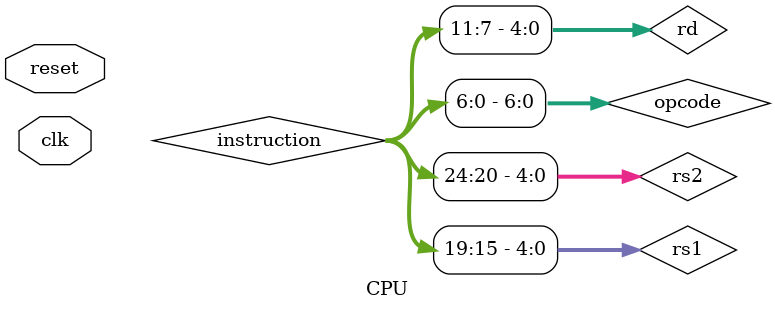
<source format=sv>
module CPU (
   input logic clk, reset
);

   // Program Counter and Instruction
   logic [31:0] PC, next_PC, instruction;

   // Decoded Instruction Fields
   logic [6:0] opcode, funct7;
   logic [4:0] rs1, rs2, rd;
   logic [2:0] funct3;

   // Control Signals
   logic RegWrite, MemtoReg, MemRead, MemWrite, ALUSrc, Branch, Jump;
   logic [1:0] ALUop;
   logic [2:0] ImmSrc;

   // Register File & Data Path Signals
   logic [31:0] reg_data1, reg_data2, write_back_data;
   logic [31:0] ALU_result, memory_data;
   logic [31:0] imm;
   logic [3:0] ALUControl;
   logic ALU_Zero;
   logic branch_taken;

   //===========================
   // Module Instantiations
   //===========================

   // Program Counter
   PC program_counter (
      .clk(clk),
      .reset(reset),
      .next_pc(next_PC),
      .pc(PC)
   );

   // Instruction Memory
   Instruction_Memory instruction_memory (
      .address(PC),
      .instruction(instruction)
   );

   // Decode Fields
   assign opcode = instruction[6:0];
   assign rd     = instruction[11:7];
   assign funct3 = instruction[14:12];
   assign rs1    = instruction[19:15];
   assign rs2    = instruction[24:20];
   assign funct7 = instruction[31:25];

   // Immediate Generator
   Immediate_Generator imm_gen (
      .instruction(instruction),
      .ImmSrc(ImmSrc),
      .immediate(imm)
   );

   // Control Unit
   Control_Unit control_unit (
      .opcode(opcode),
      .funct3(funct3),
      .RegWrite(RegWrite),
      .MemtoReg(MemtoReg),
      .MemRead(MemRead),
      .MemWrite(MemWrite),
      .ALUSrc(ALUSrc),
      .Branch(Branch),
      .Jump(Jump),
      .ALUop(ALUop),
      .ImmSrc(ImmSrc)
   );

   // Register File
   Register_File register_file (
      .clk(clk),
      .RegWrite(RegWrite),
      .readReg1(rs1),
      .readReg2(rs2),
      .writeReg(rd),
      .writeData(write_back_data),
      .readData1(reg_data1),
      .readData2(reg_data2)
   );

   // ALU Control
   ALU_Control alu_control (
      .funct3(funct3),
      .funct7(funct7),
      .ALUop(ALUop),
      .ALUControl(ALUControl)
   );

   // ALU
   ALU alu (
      .A(reg_data1),
      .B(ALUSrc ? imm : reg_data2),
      .ALUControl(ALUControl),
      .ALUResult(ALU_result),
      .Zero(ALU_Zero)
   );

   // Data Memory
   Data_Memory data_memory (
      .clk(clk),
      .MemWrite(MemWrite),
      .MemRead(MemRead),
      .address(ALU_result),
      .writeData(reg_data2),
      .readData(memory_data)
   );

   // Writeback Multiplexer
   assign write_back_data = MemtoReg ? memory_data : ALU_result;

   // Branch Decision Logic
   assign branch_taken = Branch & (
      (funct3 == 3'b000) ?  ALU_Zero     :  // BEQ
      (funct3 == 3'b001) ? ~ALU_Zero     :  // BNE
      (funct3 == 3'b100) ?  ALU_result[0]:  // BLT (signed)
      (funct3 == 3'b101) ? ~ALU_result[0]:  // BGE (signed)
      1'b0
   );

   // Next PC Logic
   assign next_PC = Jump         ? (PC + imm) :
                    branch_taken ? (PC + imm) :
                                   (PC + 4);

endmodule

</source>
